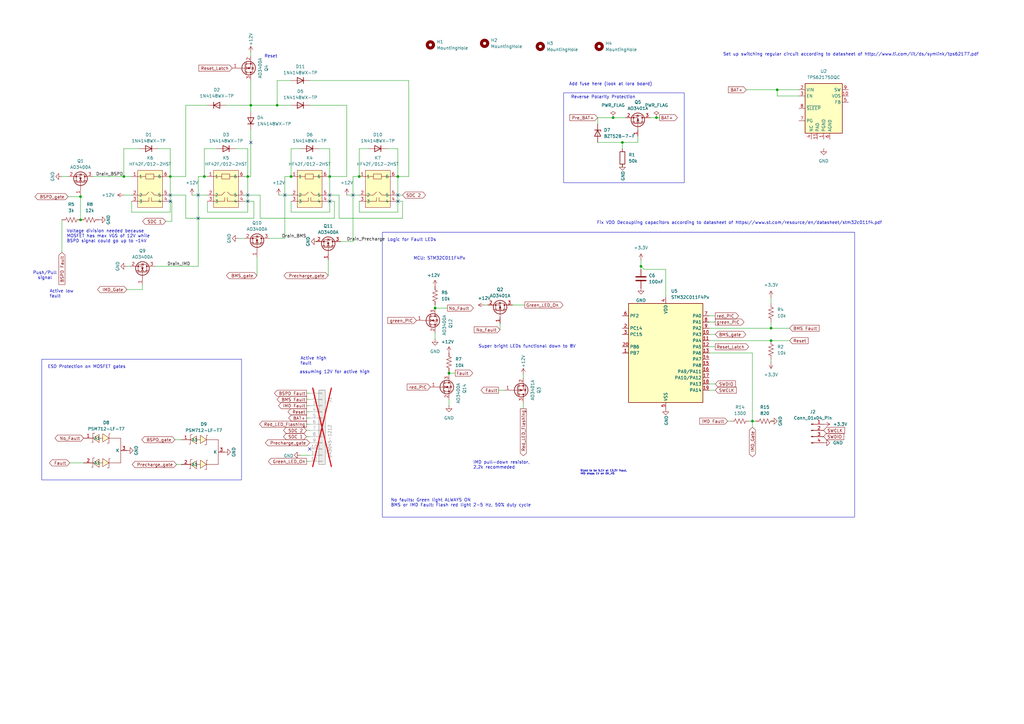
<source format=kicad_sch>
(kicad_sch (version 20250114) (generator "eeschema") (generator_version "9.0")
  (paper "A3")
  (lib_symbols
    (symbol "+12V_2" (power) (pin_names (offset 0))
      (property "Value" "+12V_2" (at 0 3.556 0))
      (symbol "+12V_2_1_1"
        (pin power_in line (at 0 0 90) (length 0) (hide yes) (name "+12V") (number "1"))
      )
    )
    (symbol "+12V_4" (power) (pin_names (offset 0))
      (property "Value" "+12V_4" (at 0 3.556 0))
      (symbol "+12V_4_1_1"
        (pin power_in line (at 0 0 90) (length 0) (hide yes) (name "+12V") (number "1"))
      )
    )
    (symbol "Connector:Conn_01x04_Pin" (pin_names (offset 1.016) (hide yes))
      (property "Reference" "J" (at 0 5.08 0))
      (property "Value" "Conn_01x04_Pin" (at 0 -7.62 0))
      (symbol "Conn_01x04_Pin_1_1"
        (pin passive line (at 5.08 2.54 180) (length 3.81) (name "Pin_1") (number "1"))
        (pin passive line (at 5.08 0 180) (length 3.81) (name "Pin_2") (number "2"))
        (pin passive line (at 5.08 -2.54 180) (length 3.81) (name "Pin_3") (number "3"))
        (pin passive line (at 5.08 -5.08 180) (length 3.81) (name "Pin_4") (number "4"))
      )
    )
    (symbol "Connector_Generic:Conn_01x12" (pin_names (offset 1.016) (hide yes))
      (property "Reference" "J" (at 0 15.24 0))
      (property "Value" "Conn_01x12" (at 0 -17.78 0))
      (symbol "Conn_01x12_1_1"
        (pin passive line (at -5.08 12.7 0) (length 3.81) (name "Pin_1") (number "1"))
        (pin passive line (at -5.08 10.16 0) (length 3.81) (name "Pin_2") (number "2"))
        (pin passive line (at -5.08 7.62 0) (length 3.81) (name "Pin_3") (number "3"))
        (pin passive line (at -5.08 5.08 0) (length 3.81) (name "Pin_4") (number "4"))
        (pin passive line (at -5.08 2.54 0) (length 3.81) (name "Pin_5") (number "5"))
        (pin passive line (at -5.08 0 0) (length 3.81) (name "Pin_6") (number "6"))
        (pin passive line (at -5.08 -2.54 0) (length 3.81) (name "Pin_7") (number "7"))
        (pin passive line (at -5.08 -5.08 0) (length 3.81) (name "Pin_8") (number "8"))
        (pin passive line (at -5.08 -7.62 0) (length 3.81) (name "Pin_9") (number "9"))
        (pin passive line (at -5.08 -10.16 0) (length 3.81) (name "Pin_10") (number "10"))
        (pin passive line (at -5.08 -12.7 0) (length 3.81) (name "Pin_11") (number "11"))
        (pin passive line (at -5.08 -15.24 0) (length 3.81) (name "Pin_12") (number "12"))
      )
    )
    (symbol "Device:C" (pin_numbers (hide yes)) (pin_names (offset 0.254))
      (property "Reference" "C" (at 0.635 2.54 0))
      (property "Value" "C" (at 0.635 -2.54 0))
      (symbol "C_1_1"
        (pin passive line (at 0 3.81 270) (length 2.794) (name "~") (number "1"))
        (pin passive line (at 0 -3.81 90) (length 2.794) (name "~") (number "2"))
      )
    )
    (symbol "Device:R" (pin_numbers (hide yes)) (pin_names (offset 0))
      (property "Reference" "R" (at 2.032 0 90))
      (property "Value" "R" (at 0 0 90))
      (symbol "R_1_1"
        (pin passive line (at 0 3.81 270) (length 1.27) (name "~") (number "1"))
        (pin passive line (at 0 -3.81 90) (length 1.27) (name "~") (number "2"))
      )
    )
    (symbol "Device:R_US" (pin_numbers (hide yes)) (pin_names (offset 0))
      (property "Reference" "R" (at 2.54 0 90))
      (property "Value" "R_US" (at -2.54 0 90))
      (symbol "R_US_1_1"
        (pin passive line (at 0 3.81 270) (length 1.27) (name "~") (number "1"))
        (pin passive line (at 0 -3.81 90) (length 1.27) (name "~") (number "2"))
      )
    )
    (symbol "Diode:1N4148" (pin_numbers (hide yes)) (pin_names (hide yes))
      (property "Reference" "D" (at 0 2.54 0))
      (property "Value" "1N4148" (at 0 -2.54 0))
      (symbol "1N4148_1_1"
        (pin passive line (at -3.81 0 0) (length 2.54) (name "K") (number "1"))
        (pin passive line (at 3.81 0 180) (length 2.54) (name "A") (number "2"))
      )
    )
    (symbol "Diode:BZT52Bxx" (pin_numbers (hide yes)) (pin_names (hide yes))
      (property "Reference" "D" (at 0 2.54 0))
      (property "Value" "BZT52Bxx" (at 0 -2.54 0))
      (symbol "BZT52Bxx_1_1"
        (pin passive line (at -3.81 0 0) (length 2.54) (name "K") (number "1"))
        (pin passive line (at 3.81 0 180) (length 2.54) (name "A") (number "2"))
      )
    )
    (symbol "GND_1" (power) (pin_names (offset 0))
      (property "Value" "GND_1" (at 0 -3.81 0))
      (symbol "GND_1_1_1"
        (pin power_in line (at 0 0 270) (length 0) (hide yes) (name "GND") (number "1"))
      )
    )
    (symbol "GND_2" (power) (pin_names (offset 0))
      (property "Value" "GND_2" (at 0 -3.81 0))
      (symbol "GND_2_1_1"
        (pin power_in line (at 0 0 270) (length 0) (hide yes) (name "GND") (number "1"))
      )
    )
    (symbol "GND_3" (power) (pin_numbers (hide yes)) (pin_names (offset 0) (hide yes))
      (property "Value" "GND" (at 0 -3.81 0))
      (symbol "GND_3_1_1"
        (pin power_in line (at 0 0 270) (length 0) (name "~") (number "1"))
      )
    )
    (symbol "GND_4" (power) (pin_names (offset 0))
      (property "Value" "GND_4" (at 0 -3.81 0))
      (symbol "GND_4_1_1"
        (pin power_in line (at 0 0 270) (length 0) (hide yes) (name "GND") (number "1"))
      )
    )
    (symbol "GND_6" (power) (pin_names (offset 0))
      (property "Value" "GND_6" (at 0 -3.81 0))
      (symbol "GND_6_1_1"
        (pin power_in line (at 0 0 270) (length 0) (hide yes) (name "GND") (number "1"))
      )
    )
    (symbol "MCU_ST_STM32C0:STM32C011F4Px"
      (property "Reference" "U" (at -15.24 21.59 0))
      (property "Value" "STM32C011F4Px" (at 2.54 21.59 0))
      (symbol "STM32C011F4Px_1_1"
        (pin bidirectional line (at -17.78 15.24 0) (length 2.54) (name "PF2") (number "6"))
        (pin bidirectional line (at -17.78 10.16 0) (length 2.54) (name "PC14") (number "2"))
        (pin bidirectional line (at -17.78 7.62 0) (length 2.54) (name "PC15") (number "3"))
        (pin bidirectional line (at -17.78 2.54 0) (length 2.54) (name "PB6") (number "20"))
        (pin bidirectional line (at -17.78 0 0) (length 2.54) (name "PB7") (number "1"))
        (pin power_in line (at 0 22.86 270) (length 2.54) (name "VDD") (number "4"))
        (pin power_in line (at 0 -22.86 90) (length 2.54) (name "VSS") (number "5"))
        (pin bidirectional line (at 17.78 15.24 180) (length 2.54) (name "PA0") (number "7"))
        (pin bidirectional line (at 17.78 12.7 180) (length 2.54) (name "PA1") (number "8"))
        (pin bidirectional line (at 17.78 10.16 180) (length 2.54) (name "PA2") (number "9"))
        (pin bidirectional line (at 17.78 7.62 180) (length 2.54) (name "PA3") (number "10"))
        (pin bidirectional line (at 17.78 5.08 180) (length 2.54) (name "PA4") (number "11"))
        (pin bidirectional line (at 17.78 2.54 180) (length 2.54) (name "PA5") (number "12"))
        (pin bidirectional line (at 17.78 0 180) (length 2.54) (name "PA6") (number "13"))
        (pin bidirectional line (at 17.78 -2.54 180) (length 2.54) (name "PA7") (number "14"))
        (pin bidirectional line (at 17.78 -5.08 180) (length 2.54) (name "PA8") (number "15"))
        (pin bidirectional line (at 17.78 -7.62 180) (length 2.54) (name "PA9/PA11") (number "16"))
        (pin bidirectional line (at 17.78 -10.16 180) (length 2.54) (name "PA10/PA12") (number "17"))
        (pin bidirectional line (at 17.78 -12.7 180) (length 2.54) (name "PA13") (number "18"))
        (pin bidirectional line (at 17.78 -15.24 180) (length 2.54) (name "PA14") (number "19"))
      )
    )
    (symbol "Mechanical:MountingHole" (pin_names (offset 1.016)) (exclude_from_sim yes) (in_bom no)
      (property "Reference" "H" (at 0 5.08 0))
      (property "Value" "MountingHole" (at 0 3.175 0))
    )
    (symbol "Regulator_Switching:TPS62175DQC"
      (property "Reference" "U" (at -7.62 11.43 0))
      (property "Value" "TPS62175DQC" (at -1.27 11.43 0))
      (symbol "TPS62175DQC_1_1"
        (pin power_in line (at -10.16 7.62 0) (length 2.54) (name "VIN") (number "2"))
        (pin input line (at -10.16 5.08 0) (length 2.54) (name "EN") (number "3"))
        (pin input line (at -10.16 0 0) (length 2.54) (name "~{SLEEP}") (number "8"))
        (pin output line (at -10.16 -5.08 0) (length 2.54) (name "PG") (number "7"))
        (pin passive line (at -5.08 -12.7 90) (length 2.54) (name "NC") (number "4"))
        (pin power_in line (at -2.54 -12.7 90) (length 2.54) (name "PAD") (number "11"))
        (pin power_in line (at 0 -12.7 90) (length 2.54) (name "PGND") (number "1"))
        (pin power_in line (at 2.54 -12.7 90) (length 2.54) (name "AGND") (number "6"))
        (pin power_out line (at 10.16 7.62 180) (length 2.54) (name "SW") (number "9"))
        (pin input line (at 10.16 5.08 180) (length 2.54) (name "VOS") (number "10"))
        (pin input line (at 10.16 2.54 180) (length 2.54) (name "FB") (number "5"))
      )
    )
    (symbol "Transistor_FET:AO3400A" (pin_names (hide yes))
      (property "Reference" "Q" (at 5.08 1.905 0))
      (property "Value" "AO3400A" (at 5.08 0 0))
      (symbol "AO3400A_1_1"
        (pin input line (at -5.08 0 0) (length 2.54) (name "G") (number "1"))
        (pin passive line (at 2.54 5.08 270) (length 2.54) (name "D") (number "3"))
        (pin passive line (at 2.54 -5.08 90) (length 2.54) (name "S") (number "2"))
      )
    )
    (symbol "Transistor_FET:AO3401A" (pin_names (hide yes))
      (property "Reference" "Q" (at 5.08 1.905 0))
      (property "Value" "AO3401A" (at 5.08 0 0))
      (symbol "AO3401A_1_1"
        (pin input line (at -5.08 0 0) (length 2.54) (name "G") (number "1"))
        (pin passive line (at 2.54 5.08 270) (length 2.54) (name "D") (number "3"))
        (pin passive line (at 2.54 -5.08 90) (length 2.54) (name "S") (number "2"))
      )
    )
    (symbol "easyeda2kicad:HF42F_012-2HST"
      (property "Reference" "K" (at 0 12.7 0))
      (property "Value" "HF42F/012-2HST" (at 0 -12.7 0))
      (symbol "HF42F_012-2HST_0_1"
        (pin unspecified line (at -5.08 7.62 270) (length 2.54) (name "6") (number "6"))
        (pin unspecified line (at -5.08 -7.62 90) (length 2.54) (name "1") (number "1"))
        (pin unspecified line (at 2.54 7.62 270) (length 2.54) (name "5") (number "5"))
        (pin unspecified line (at 2.54 -7.62 90) (length 2.54) (name "2") (number "2"))
        (pin unspecified line (at 5.08 7.62 270) (length 2.54) (name "4") (number "4"))
        (pin unspecified line (at 5.08 -7.62 90) (length 2.54) (name "3") (number "3"))
      )
    )
    (symbol "easyeda2kicad:PSM712-LF-T7"
      (property "Reference" "D" (at 0 10.16 0))
      (property "Value" "PSM712-LF-T7" (at 0 -10.16 0))
      (symbol "PSM712-LF-T7_0_1"
        (pin unspecified line (at -8.89 5.08 0) (length 3.81) (name "A1") (number "1"))
        (pin unspecified line (at -8.89 -5.08 0) (length 3.81) (name "A1") (number "2"))
        (pin unspecified line (at 8.89 0 180) (length 2.54) (name "K") (number "3"))
      )
    )
    (symbol "power:+5V" (power) (pin_numbers (hide yes)) (pin_names (offset 0) (hide yes))
      (property "Value" "+5V" (at 0 3.556 0))
      (symbol "+5V_1_1"
        (pin power_in line (at 0 0 90) (length 0) (name "~") (number "1"))
      )
    )
    (symbol "power:GND" (power) (pin_numbers (hide yes)) (pin_names (offset 0) (hide yes))
      (property "Value" "GND" (at 0 -3.81 0))
      (symbol "GND_1_1"
        (pin power_in line (at 0 0 270) (length 0) (name "~") (number "1"))
      )
    )
    (symbol "power:PWR_FLAG" (power) (pin_numbers (hide yes)) (pin_names (offset 0) (hide yes))
      (property "Value" "PWR_FLAG" (at 0 3.81 0))
      (symbol "PWR_FLAG_0_0"
        (pin power_out line (at 0 0 90) (length 0) (name "~") (number "1"))
      )
    )
  )
  (rectangle (start 231.14 38.1) (end 280.67 74.93))
  (rectangle (start 17.145 147.32) (end 99.06 196.85))
  (rectangle (start 156.845 95.25) (end 350.52 212.09))
  (text "Active low \nfault" (at 20.32 122.301 0) (effects (font (size 1.27 1.27)) (justify left bottom)))
  (text "Reset\n" (at 113.792 23.876 0) (effects (font (size 1.27 1.27)) (justify right bottom)))
  (text "Super bright LEDs functional down to 8V" (at 196.215 142.875 0) (effects (font (size 1.27 1.27)) (justify left bottom)))
  (text "MCU: STM32C011F4Px" (at 169.545 106.045 0) (effects (font (size 1.27 1.27)) (justify left)))
  (text "ESD Protection on MOSFET gates" (at 35.56 150.495 0) (effects (font (size 1.27 1.27))))
  (text "Logic for Fault LEDs" (at 168.91 98.425 0) (effects (font (size 1.27 1.27))))
  (text "Push/Pull\nsignal" (at 18.415 113.03 0) (effects (font (size 1.27 1.27))))
  (text "Fix VDD Decoupling capacitors according to datasheet of https://www.st.com/resource/en/datasheet/stm32c011f4.pdf\n" (at 303.276 91.44 0) (effects (font (size 1.27 1.27))))
  (text "Active high\nfault\n" (at 123.19 149.86 0) (effects (font (size 1.27 1.27)) (justify left bottom)))
  (text "Sized to be 5.1V at 13.2V input,\nIMD drops 1V on OK_HS" (at 237.998 193.802 0) (effects (font (size 0.762 0.762)) (justify left)))
  (text "Set up switching regular circuit according to datasheet of http://www.ti.com/lit/ds/symlink/tps62177.pdf\n" (at 348.996 22.352 0) (effects (font (size 1.27 1.27))))
  (text "Reverse Polarity Protection" (at 247.396 39.878 0) (effects (font (size 1.27 1.27))))
  (text "IMD pull-down resistor,\n2.2k recommeded" (at 194.056 192.532 0) (effects (font (size 1.27 1.27)) (justify left bottom)))
  (text "Voltage division needed because\nMOSFET has max VGS of 12V while\nBSPD signal could go up to ~14V" (at 27.305 99.695 0) (effects (font (size 1.27 1.27)) (justify left bottom)))
  (text "assuming 12V for active high\n" (at 137.287 152.654 0) (effects (font (size 1.27 1.27))))
  (text "No faults: Green light ALWAYS ON\nBMS or IMD Fault: Flash red light 2-5 Hz, 50% duty cycle" (at 160.274 206.248 0) (effects (font (size 1.27 1.27)) (justify left)))
  (text "Add fuse here (look at lora board)" (at 250.444 34.544 0) (effects (font (size 1.27 1.27))))
  (junction (at 178.435 126.365))
  (junction (at 269.24 48.26))
  (junction (at 318.77 36.83))
  (junction (at 316.23 134.62))
  (junction (at 113.665 43.18))
  (junction (at 316.23 139.7))
  (junction (at 147.32 72.39))
  (junction (at 83.82 72.39))
  (junction (at 102.87 43.18))
  (junction (at 308.61 172.72))
  (junction (at 119.38 72.39))
  (junction (at 163.195 72.39))
  (junction (at 251.46 48.26))
  (junction (at 33.02 90.17))
  (junction (at 184.15 153.035))
  (junction (at 101.6 72.39))
  (junction (at 262.89 109.22))
  (junction (at 33.02 80.645))
  (junction (at 50.8 72.39))
  (junction (at 255.27 58.42))
  (junction (at 135.255 72.39))
  (junction (at 69.85 72.39))
  (no_connect (at 135.255 80.01))
  (no_connect (at 135.255 82.55))
  (no_connect (at 127 184.15))
  (no_connect (at 81.28 80.01))
  (no_connect (at 163.195 80.01))
  (no_connect (at 144.78 80.01))
  (no_connect (at 101.6 82.55))
  (no_connect (at 116.84 80.01))
  (no_connect (at 101.6 80.01))
  (no_connect (at 69.85 82.55))
  (no_connect (at 81.28 89.535))
  (no_connect (at 69.85 80.01))
  (no_connect (at 163.195 82.55))
  (no_connect (at 102.87 58.42))
  (wire (pts (xy 142.24 43.18) (xy 142.24 72.39)))
  (wire (pts (xy 167.64 72.39) (xy 163.195 72.39)))
  (wire (pts (xy 102.87 53.34) (xy 102.87 72.39)))
  (wire (pts (xy 100.33 80.01) (xy 106.68 80.01)))
  (wire (pts (xy 102.87 43.18) (xy 102.87 45.72)))
  (wire (pts (xy 127 43.18) (xy 142.24 43.18)))
  (wire (pts (xy 309.88 172.72) (xy 308.61 172.72)))
  (wire (pts (xy 116.84 97.79) (xy 110.49 97.79)))
  (wire (pts (xy 101.6 72.39) (xy 100.33 72.39)))
  (wire (pts (xy 139.7 99.06) (xy 144.78 99.06)))
  (wire (pts (xy 102.87 21.59) (xy 102.87 22.86)))
  (wire (pts (xy 255.27 58.42) (xy 255.27 60.96)))
  (wire (pts (xy 101.6 86.995) (xy 101.6 72.39)))
  (wire (pts (xy 64.77 60.96) (xy 69.85 60.96)))
  (wire (pts (xy 83.82 60.96) (xy 83.82 72.39)))
  (wire (pts (xy 205.105 135.255) (xy 205.105 132.715)))
  (wire (pts (xy 76.2 72.39) (xy 76.2 43.18)))
  (wire (pts (xy 125.73 176.53) (xy 127 176.53)))
  (wire (pts (xy 113.665 43.18) (xy 119.38 43.18)))
  (wire (pts (xy 135.255 60.96) (xy 135.255 72.39)))
  (wire (pts (xy 245.11 50.8) (xy 245.11 48.26)))
  (wire (pts (xy 97.79 97.79) (xy 100.33 97.79)))
  (wire (pts (xy 116.84 72.39) (xy 119.38 72.39)))
  (wire (pts (xy 127 33.02) (xy 167.64 33.02)))
  (wire (pts (xy 255.27 58.42) (xy 245.11 58.42)))
  (wire (pts (xy 125.73 171.45) (xy 127 171.45)))
  (wire (pts (xy 135.255 86.995) (xy 135.255 72.39)))
  (wire (pts (xy 102.87 43.18) (xy 113.665 43.18)))
  (wire (pts (xy 52.07 109.22) (xy 53.34 109.22)))
  (wire (pts (xy 298.45 172.72) (xy 299.72 172.72)))
  (wire (pts (xy 137.16 89.535) (xy 137.16 82.55)))
  (wire (pts (xy 134.62 106.68) (xy 134.62 113.03)))
  (wire (pts (xy 308.61 144.78) (xy 308.61 172.72)))
  (wire (pts (xy 318.77 36.83) (xy 318.77 39.37)))
  (wire (pts (xy 214.63 153.67) (xy 214.63 154.94)))
  (wire (pts (xy 106.68 80.01) (xy 106.68 89.535)))
  (wire (pts (xy 316.23 139.7) (xy 323.85 139.7)))
  (wire (pts (xy 33.02 80.645) (xy 33.02 90.17)))
  (wire (pts (xy 85.09 82.55) (xy 85.09 86.995)))
  (wire (pts (xy 316.23 148.59) (xy 316.23 147.32)))
  (wire (pts (xy 33.02 80.01) (xy 33.02 80.645)))
  (wire (pts (xy 76.2 89.535) (xy 104.14 89.535)))
  (wire (pts (xy 81.28 72.39) (xy 81.28 109.22)))
  (wire (pts (xy 70.485 82.55) (xy 69.215 82.55)))
  (wire (pts (xy 69.85 60.96) (xy 69.85 72.39)))
  (wire (pts (xy 316.23 134.62) (xy 323.85 134.62)))
  (wire (pts (xy 76.2 80.01) (xy 76.2 89.535)))
  (wire (pts (xy 147.32 86.995) (xy 163.195 86.995)))
  (wire (pts (xy 273.05 110.49) (xy 273.05 121.92)))
  (wire (pts (xy 53.975 82.55) (xy 53.975 86.995)))
  (wire (pts (xy 307.34 172.72) (xy 308.61 172.72)))
  (wire (pts (xy 214.63 165.1) (xy 214.63 167.64)))
  (wire (pts (xy 25.4 90.17) (xy 25.4 103.505)))
  (wire (pts (xy 28.575 189.865) (xy 34.29 189.865)))
  (wire (pts (xy 130.81 60.96) (xy 135.255 60.96)))
  (wire (pts (xy 102.87 72.39) (xy 101.6 72.39)))
  (wire (pts (xy 67.945 90.805) (xy 70.485 90.805)))
  (wire (pts (xy 92.71 43.18) (xy 102.87 43.18)))
  (wire (pts (xy 165.1 82.55) (xy 162.56 82.55)))
  (wire (pts (xy 125.73 163.83) (xy 127 163.83)))
  (wire (pts (xy 119.38 82.55) (xy 119.38 86.995)))
  (wire (pts (xy 88.9 60.96) (xy 83.82 60.96)))
  (wire (pts (xy 269.24 48.26) (xy 270.51 48.26)))
  (wire (pts (xy 163.195 86.995) (xy 163.195 72.39)))
  (wire (pts (xy 198.755 125.095) (xy 200.025 125.095)))
  (wire (pts (xy 163.195 60.96) (xy 163.195 72.39)))
  (wire (pts (xy 204.47 160.02) (xy 207.01 160.02)))
  (wire (pts (xy 293.37 157.48) (xy 290.83 157.48)))
  (wire (pts (xy 102.87 33.02) (xy 102.87 43.18)))
  (wire (pts (xy 69.85 72.39) (xy 69.85 86.995)))
  (wire (pts (xy 316.23 121.92) (xy 316.23 124.46)))
  (wire (pts (xy 106.68 89.535) (xy 137.16 89.535)))
  (wire (pts (xy 63.5 109.22) (xy 81.28 109.22)))
  (wire (pts (xy 50.8 80.01) (xy 53.975 80.01)))
  (wire (pts (xy 83.82 72.39) (xy 85.09 72.39)))
  (wire (pts (xy 27.94 80.645) (xy 33.02 80.645)))
  (wire (pts (xy 290.83 137.16) (xy 293.37 137.16)))
  (wire (pts (xy 135.255 72.39) (xy 134.62 72.39)))
  (wire (pts (xy 261.62 58.42) (xy 255.27 58.42)))
  (wire (pts (xy 70.485 90.805) (xy 70.485 82.55)))
  (wire (pts (xy 81.28 72.39) (xy 83.82 72.39)))
  (wire (pts (xy 58.42 116.84) (xy 58.42 118.745)))
  (wire (pts (xy 53.975 86.995) (xy 69.85 86.995)))
  (wire (pts (xy 318.77 36.83) (xy 327.66 36.83)))
  (wire (pts (xy 245.11 48.26) (xy 251.46 48.26)))
  (wire (pts (xy 178.435 125.095) (xy 178.435 126.365)))
  (wire (pts (xy 266.7 48.26) (xy 269.24 48.26)))
  (wire (pts (xy 147.32 82.55) (xy 147.32 86.995)))
  (wire (pts (xy 144.78 72.39) (xy 144.78 99.06)))
  (wire (pts (xy 125.73 161.29) (xy 127 161.29)))
  (wire (pts (xy 167.64 33.02) (xy 167.64 72.39)))
  (wire (pts (xy 52.07 118.745) (xy 58.42 118.745)))
  (wire (pts (xy 264.16 110.49) (xy 262.89 109.22)))
  (wire (pts (xy 318.77 39.37) (xy 327.66 39.37)))
  (wire (pts (xy 78.74 80.01) (xy 85.09 80.01)))
  (wire (pts (xy 290.83 134.62) (xy 316.23 134.62)))
  (wire (pts (xy 139.065 80.01) (xy 139.065 89.535)))
  (wire (pts (xy 135.255 72.39) (xy 142.24 72.39)))
  (wire (pts (xy 125.73 173.99) (xy 127 173.99)))
  (wire (pts (xy 113.665 33.02) (xy 119.38 33.02)))
  (wire (pts (xy 178.435 136.525) (xy 178.435 139.065)))
  (wire (pts (xy 262.89 106.68) (xy 262.89 109.22)))
  (wire (pts (xy 165.1 80.01) (xy 162.56 80.01)))
  (wire (pts (xy 261.62 55.88) (xy 261.62 58.42)))
  (wire (pts (xy 255.27 68.58) (xy 255.27 67.31)))
  (wire (pts (xy 119.38 60.96) (xy 119.38 72.39)))
  (wire (pts (xy 144.78 72.39) (xy 147.32 72.39)))
  (wire (pts (xy 210.185 125.095) (xy 215.265 125.095)))
  (wire (pts (xy 139.065 89.535) (xy 165.1 89.535)))
  (wire (pts (xy 38.1 72.39) (xy 50.8 72.39)))
  (wire (pts (xy 125.73 168.91) (xy 127 168.91)))
  (wire (pts (xy 137.16 82.55) (xy 134.62 82.55)))
  (wire (pts (xy 104.14 89.535) (xy 104.14 82.55)))
  (wire (pts (xy 57.15 60.96) (xy 50.8 60.96)))
  (wire (pts (xy 290.83 132.08) (xy 293.37 132.08)))
  (wire (pts (xy 316.23 132.08) (xy 316.23 134.62)))
  (wire (pts (xy 158.75 60.96) (xy 163.195 60.96)))
  (wire (pts (xy 69.85 72.39) (xy 69.215 72.39)))
  (wire (pts (xy 184.15 152.4) (xy 184.15 153.035)))
  (wire (pts (xy 163.195 72.39) (xy 162.56 72.39)))
  (wire (pts (xy 72.39 190.5) (xy 74.295 190.5)))
  (wire (pts (xy 290.83 129.54) (xy 293.37 129.54)))
  (wire (pts (xy 125.73 166.37) (xy 127 166.37)))
  (wire (pts (xy 290.83 144.78) (xy 308.61 144.78)))
  (wire (pts (xy 113.665 43.18) (xy 113.665 33.02)))
  (wire (pts (xy 104.14 82.55) (xy 100.33 82.55)))
  (wire (pts (xy 85.09 43.18) (xy 76.2 43.18)))
  (wire (pts (xy 306.07 36.83) (xy 318.77 36.83)))
  (wire (pts (xy 119.38 86.995) (xy 135.255 86.995)))
  (wire (pts (xy 142.24 80.01) (xy 147.32 80.01)))
  (wire (pts (xy 308.61 175.26) (xy 308.61 172.72)))
  (wire (pts (xy 125.73 179.07) (xy 127 179.07)))
  (wire (pts (xy 290.83 142.24) (xy 293.37 142.24)))
  (wire (pts (xy 151.13 60.96) (xy 147.32 60.96)))
  (wire (pts (xy 186.69 153.035) (xy 184.15 153.035)))
  (wire (pts (xy 69.85 72.39) (xy 76.2 72.39)))
  (wire (pts (xy 101.6 60.96) (xy 101.6 72.39)))
  (wire (pts (xy 184.15 163.83) (xy 184.15 166.37)))
  (wire (pts (xy 125.73 189.23) (xy 127 189.23)))
  (wire (pts (xy 147.32 60.96) (xy 147.32 72.39)))
  (wire (pts (xy 114.3 80.01) (xy 119.38 80.01)))
  (wire (pts (xy 96.52 60.96) (xy 101.6 60.96)))
  (wire (pts (xy 293.37 160.02) (xy 290.83 160.02)))
  (wire (pts (xy 123.19 186.69) (xy 127 186.69)))
  (wire (pts (xy 123.19 60.96) (xy 119.38 60.96)))
  (wire (pts (xy 251.46 48.26) (xy 256.54 48.26)))
  (wire (pts (xy 69.215 80.01) (xy 76.2 80.01)))
  (wire (pts (xy 50.8 60.96) (xy 50.8 72.39)))
  (wire (pts (xy 129.54 99.06) (xy 130.175 99.06)))
  (wire (pts (xy 50.8 72.39) (xy 53.975 72.39)))
  (wire (pts (xy 85.09 86.995) (xy 101.6 86.995)))
  (wire (pts (xy 165.1 89.535) (xy 165.1 82.55)))
  (wire (pts (xy 290.83 139.7) (xy 316.23 139.7)))
  (wire (pts (xy 317.5 172.72) (xy 316.23 172.72)))
  (wire (pts (xy 25.4 72.39) (xy 27.94 72.39)))
  (wire (pts (xy 116.84 72.39) (xy 116.84 97.79)))
  (wire (pts (xy 105.41 105.41) (xy 105.41 113.03)))
  (wire (pts (xy 71.755 180.34) (xy 74.295 180.34)))
  (wire (pts (xy 178.435 126.365) (xy 183.515 126.365)))
  (wire (pts (xy 273.05 110.49) (xy 264.16 110.49)))
  (wire (pts (xy 184.15 153.035) (xy 184.15 153.67)))
  (wire (pts (xy 262.89 109.22) (xy 262.89 110.49)))
  (wire (pts (xy 134.62 80.01) (xy 139.065 80.01)))
  (label "Drain_BMS" (at 115.57 97.79 0))
  (label "Drain_Precharge" (at 142.24 99.06 0))
  (label "Drain_BSPD" (at 39.37 72.39 0))
  (label "Drain_IMD" (at 68.58 109.22 0))
  (global_label "BMS_gate" (shape bidirectional) (at 293.37 137.16 0) (property "Intersheetrefs" "${INTERSHEET_REFS}" (effects (hide yes))))
  (global_label "Precharge_gate" (shape bidirectional) (at 72.39 190.5 180) (property "Intersheetrefs" "${INTERSHEET_REFS}" (effects (hide yes))))
  (global_label "Green_LED_On" (shape output) (at 215.265 125.095 0) (property "Intersheetrefs" "${INTERSHEET_REFS}" (effects (hide yes))))
  (global_label "IMD Fault" (shape output) (at 125.73 166.37 180) (property "Intersheetrefs" "${INTERSHEET_REFS}" (effects (hide yes))))
  (global_label "Green_LED_On" (shape output) (at 125.73 189.23 180) (property "Intersheetrefs" "${INTERSHEET_REFS}" (effects (hide yes))))
  (global_label "SWDIO" (shape input) (at 293.37 157.48 0) (property "Intersheetrefs" "${INTERSHEET_REFS}" (effects (hide yes))))
  (global_label "Fault" (shape bidirectional) (at 28.575 189.865 180) (property "Intersheetrefs" "${INTERSHEET_REFS}" (effects (hide yes))))
  (global_label "No_Fault" (shape bidirectional) (at 34.29 179.705 180) (property "Intersheetrefs" "${INTERSHEET_REFS}" (effects (hide yes))))
  (global_label "BMS_gate" (shape bidirectional) (at 105.41 113.03 180) (property "Intersheetrefs" "${INTERSHEET_REFS}" (effects (hide yes))))
  (global_label "BSPD_gate" (shape bidirectional) (at 27.94 80.645 180) (property "Intersheetrefs" "${INTERSHEET_REFS}" (effects (hide yes))))
  (global_label "Fault" (shape output) (at 204.47 160.02 180) (property "Intersheetrefs" "${INTERSHEET_REFS}" (effects (hide yes))))
  (global_label "IMD_Gate" (shape bidirectional) (at 52.07 118.745 180) (property "Intersheetrefs" "${INTERSHEET_REFS}" (effects (hide yes))))
  (global_label "Fault" (shape output) (at 186.69 153.035 0) (property "Intersheetrefs" "${INTERSHEET_REFS}" (effects (hide yes))))
  (global_label "BAT+" (shape input) (at 306.07 36.83 180) (property "Intersheetrefs" "${INTERSHEET_REFS}" (effects (hide yes))))
  (global_label "red_PIC" (shape output) (at 293.37 129.54 0) (property "Intersheetrefs" "${INTERSHEET_REFS}" (effects (hide yes))))
  (global_label "BAT+" (shape output) (at 270.51 48.26 0) (property "Intersheetrefs" "${INTERSHEET_REFS}" (effects (hide yes))))
  (global_label "green_PIC" (shape output) (at 293.37 132.08 0) (property "Intersheetrefs" "${INTERSHEET_REFS}" (effects (hide yes))))
  (global_label "BMS Fault" (shape input) (at 323.85 134.62 0) (property "Intersheetrefs" "${INTERSHEET_REFS}" (effects (hide yes))))
  (global_label "BAT+" (shape output) (at 125.73 171.45 180) (property "Intersheetrefs" "${INTERSHEET_REFS}" (effects (hide yes))))
  (global_label "Reset" (shape output) (at 125.73 168.91 180) (property "Intersheetrefs" "${INTERSHEET_REFS}" (effects (hide yes))))
  (global_label "SWDIO" (shape input) (at 337.82 179.07 0) (property "Intersheetrefs" "${INTERSHEET_REFS}" (effects (hide yes))))
  (global_label "IMD_Gate" (shape bidirectional) (at 308.61 175.26 270) (property "Intersheetrefs" "${INTERSHEET_REFS}" (effects (hide yes))))
  (global_label "No_Fault" (shape input) (at 205.105 135.255 180) (property "Intersheetrefs" "${INTERSHEET_REFS}" (effects (hide yes))))
  (global_label "BMS Fault" (shape output) (at 125.73 163.83 180) (property "Intersheetrefs" "${INTERSHEET_REFS}" (effects (hide yes))))
  (global_label "Red_LED_Flashing" (shape output) (at 214.63 167.64 270) (property "Intersheetrefs" "${INTERSHEET_REFS}" (effects (hide yes))))
  (global_label "SDC 1" (shape bidirectional) (at 125.73 179.07 180) (property "Intersheetrefs" "${INTERSHEET_REFS}" (effects (hide yes))))
  (global_label "SWCLK" (shape input) (at 293.37 160.02 0) (property "Intersheetrefs" "${INTERSHEET_REFS}" (effects (hide yes))))
  (global_label "Precharge_gate" (shape bidirectional) (at 127 181.61 180) (property "Intersheetrefs" "${INTERSHEET_REFS}" (effects (hide yes))))
  (global_label "Red_LED_Flashing" (shape output) (at 125.73 173.99 180) (property "Intersheetrefs" "${INTERSHEET_REFS}" (effects (hide yes))))
  (global_label "Reset_Latch" (shape input) (at 95.25 27.94 180) (property "Intersheetrefs" "${INTERSHEET_REFS}" (effects (hide yes))))
  (global_label "Pre_BAT+" (shape input) (at 245.11 48.26 180) (property "Intersheetrefs" "${INTERSHEET_REFS}" (effects (hide yes))))
  (global_label "No_Fault" (shape output) (at 183.515 126.365 0) (property "Intersheetrefs" "${INTERSHEET_REFS}" (effects (hide yes))))
  (global_label "Reset" (shape input) (at 323.85 139.7 0) (property "Intersheetrefs" "${INTERSHEET_REFS}" (effects (hide yes))))
  (global_label "Precharge_gate" (shape bidirectional) (at 134.62 113.03 180) (property "Intersheetrefs" "${INTERSHEET_REFS}" (effects (hide yes))))
  (global_label "SWCLK" (shape input) (at 337.82 176.53 0) (property "Intersheetrefs" "${INTERSHEET_REFS}" (effects (hide yes))))
  (global_label "BSPD_gate" (shape bidirectional) (at 71.755 180.34 180) (property "Intersheetrefs" "${INTERSHEET_REFS}" (effects (hide yes))))
  (global_label "BSPD Fault" (shape output) (at 125.73 161.29 180) (property "Intersheetrefs" "${INTERSHEET_REFS}" (effects (hide yes))))
  (global_label "SDC 1" (shape bidirectional) (at 67.945 90.805 180) (property "Intersheetrefs" "${INTERSHEET_REFS}" (effects (hide yes))))
  (global_label "Reset_Latch" (shape output) (at 293.37 142.24 0) (property "Intersheetrefs" "${INTERSHEET_REFS}" (effects (hide yes))))
  (global_label "green_PIC" (shape input) (at 170.815 131.445 180) (property "Intersheetrefs" "${INTERSHEET_REFS}" (effects (hide yes))))
  (global_label "BSPD Fault" (shape input) (at 25.4 103.505 270) (property "Intersheetrefs" "${INTERSHEET_REFS}" (effects (hide yes))))
  (global_label "IMD Fault" (shape input) (at 298.45 172.72 180) (property "Intersheetrefs" "${INTERSHEET_REFS}" (effects (hide yes))))
  (global_label "SDC 2" (shape bidirectional) (at 165.1 80.01 0) (property "Intersheetrefs" "${INTERSHEET_REFS}" (effects (hide yes))))
  (global_label "red_PIC" (shape input) (at 176.53 158.75 180) (property "Intersheetrefs" "${INTERSHEET_REFS}" (effects (hide yes))))
  (global_label "SDC 2" (shape bidirectional) (at 125.73 176.53 180) (property "Intersheetrefs" "${INTERSHEET_REFS}" (effects (hide yes))))
  (symbol (lib_id "Device:R") (at 255.27 64.77 0) (unit 1)
    (property "Reference" "R1" (at 257.81 63.4999 0) (effects (justify left)))
    (property "Value" "50k" (at 257.81 66.0399 0) (effects (justify left)))
    (property "Footprint" "Resistor_SMD:R_0603_1608Metric_Pad0.98x0.95mm_HandSolder" (effects (hide yes)))
    (property "Description" "Resistor" (effects (hide yes)))
  )
  (symbol (lib_name "+12V_4") (lib_id "power:+12V") (at 50.8 80.01 90) (unit 1)
    (property "Reference" "#PWR031" (effects (hide yes)))
    (property "Value" "+12V" (at 46.99 80.0099 90) (effects (justify left)))
  )
  (symbol (lib_id "Diode:1N4148") (at 154.94 60.96 180) (unit 1)
    (property "Reference" "D10" (at 154.94 55.245 0))
    (property "Value" "1N4148WX-TP" (at 154.94 57.785 0))
    (property "Footprint" "Diode_SMD:D_SOD-323" (effects (hide yes)))
    (property "Datasheet" "https://assets.nexperia.com/documents/data-sheet/1N4148_1N4448.pdf" (effects (hide yes)))
    (property "Sim.Device" "D" (effects (hide yes)))
    (property "Sim.Pins" "1=K 2=A" (effects (hide yes)))
  )
  (symbol (lib_id "Transistor_FET:AO3400A") (at 175.895 131.445 0) (unit 1)
    (property "Reference" "Q12" (at 184.785 132.715 90))
    (property "Value" "AO3400A" (at 182.245 133.35 90))
    (property "Footprint" "Package_TO_SOT_SMD:SOT-23" (effects (hide yes)))
    (property "Datasheet" "http://www.aosmd.com/pdfs/datasheet/AO3400A.pdf" (effects (hide yes)))
    (property "Description" "30V Vds, 5.7A Id, N-Channel MOSFET, SOT-23" (effects (hide yes)))
  )
  (symbol (lib_id "power:PWR_FLAG") (at 251.46 48.26 0) (unit 1)
    (property "Reference" "#FLG03" (effects (hide yes)))
    (property "Value" "PWR_FLAG" (at 251.46 43.18 0))
    (property "Description" "Special symbol for telling ERC where power comes from" (effects (hide yes)))
  )
  (symbol (lib_id "power:GND") (at 262.89 118.11 0) (unit 1)
    (property "Reference" "#PWR039" (effects (hide yes)))
    (property "Value" "GND" (at 262.89 123.19 0))
    (property "Description" "Power symbol creates a global label with name \"GND\" , ground" (effects (hide yes)))
  )
  (symbol (lib_name "GND_6") (lib_id "power:GND") (at 97.79 97.79 270) (unit 1)
    (property "Reference" "#PWR010" (effects (hide yes)))
    (property "Value" "GND" (at 93.98 97.79 0))
  )
  (symbol (lib_id "easyeda2kicad:PSM712-LF-T7") (at 43.18 184.785 0) (unit 1)
    (property "Reference" "D8" (at 43.56 173.355 0))
    (property "Value" "PSM712-LF-T7" (at 43.56 175.895 0))
    (property "Footprint" "easyeda2kicad:SOT-23-3_L3.0-W1.7-P0.95-LS2.9-BR" (effects (hide yes)))
    (property "Datasheet" "https://lcsc.com/product-detail/TVS_PSM712-LF-T7_C32677.html" (effects (hide yes)))
    (property "LCSC Part" "C32677" (effects (hide yes)))
  )
  (symbol (lib_id "Diode:1N4148") (at 102.87 49.53 90) (unit 1)
    (property "Reference" "D4" (at 105.41 48.2599 90) (effects (justify right)))
    (property "Value" "1N4148WX-TP" (at 105.41 50.7999 90) (effects (justify right)))
    (property "Footprint" "Diode_SMD:D_SOD-323" (effects (hide yes)))
    (property "Datasheet" "https://assets.nexperia.com/documents/data-sheet/1N4148_1N4448.pdf" (effects (hide yes)))
    (property "Sim.Device" "D" (effects (hide yes)))
    (property "Sim.Pins" "1=K 2=A" (effects (hide yes)))
  )
  (symbol (lib_id "MCU_ST_STM32C0:STM32C011F4Px") (at 273.05 144.78 0) (unit 1)
    (property "Reference" "U5" (at 275.1933 119.38 0) (effects (justify left)))
    (property "Value" "STM32C011F4Px" (at 275.1933 121.92 0) (effects (justify left)))
    (property "Footprint" "Package_CSP:ST_WLCSP-12_1.7x1.42mm_Layout4x6_P0.35mm_Stagger" (effects (hide yes)))
    (property "Datasheet" "https://www.st.com/resource/en/datasheet/stm32c011f4.pdf" (effects (hide yes)))
    (property "Description" "STMicroelectronics Arm Cortex-M0+ MCU, 16KB flash, 6KB RAM, 48 MHz, 2.0-3.6V, 18 GPIO, TSSOP20" (effects (hide yes)))
  )
  (symbol (lib_id "Device:C") (at 262.89 114.3 180) (unit 1)
    (property "Reference" "C6" (at 266.065 113.0299 0) (effects (justify right)))
    (property "Value" "100nF" (at 266.065 115.5699 0) (effects (justify right)))
    (property "Footprint" "Capacitor_SMD:C_0603_1608Metric_Pad1.08x0.95mm_HandSolder" (effects (hide yes)))
    (property "Description" "Unpolarized capacitor" (effects (hide yes)))
  )
  (symbol (lib_id "Diode:1N4148") (at 92.71 60.96 180) (unit 1)
    (property "Reference" "D3" (at 92.71 55.245 0))
    (property "Value" "1N4148WX-TP" (at 92.71 57.785 0))
    (property "Footprint" "Diode_SMD:D_SOD-323" (effects (hide yes)))
    (property "Datasheet" "https://assets.nexperia.com/documents/data-sheet/1N4148_1N4448.pdf" (effects (hide yes)))
    (property "Sim.Device" "D" (effects (hide yes)))
    (property "Sim.Pins" "1=K 2=A" (effects (hide yes)))
  )
  (symbol (lib_id "Device:R_US") (at 29.21 90.17 270) (unit 1)
    (property "Reference" "R5" (at 29.21 83.82 90))
    (property "Value" "3k" (at 29.21 86.36 90))
    (property "Footprint" "Resistor_SMD:R_0603_1608Metric_Pad0.98x0.95mm_HandSolder" (effects (hide yes)))
  )
  (symbol (lib_name "GND_3") (lib_id "power:GND") (at 184.15 166.37 0) (unit 1)
    (property "Reference" "#PWR025" (effects (hide yes)))
    (property "Value" "GND" (at 184.15 171.45 0))
    (property "Description" "Power symbol creates a global label with name \"GND\" , ground" (effects (hide yes)))
  )
  (symbol (lib_name "+12V_2") (lib_id "power:+12V") (at 214.63 153.67 0) (unit 1)
    (property "Reference" "#PWR011" (effects (hide yes)))
    (property "Value" "+12V" (at 214.63 145.542 90) (effects (justify right)))
  )
  (symbol (lib_id "easyeda2kicad:HF42F_012-2HST") (at 127 77.47 270) (unit 1)
    (property "Reference" "K4" (at 127 64.77 90))
    (property "Value" "HF42F/012-2HST" (at 127 67.31 90))
    (property "Footprint" "easyeda2kicad:RELAYS-TH_HF42F-XX-2HSX-XXX" (effects (hide yes)))
    (property "Datasheet" "https://lcsc.com/product-detail/Relays_HF42F-012-2HST_C165254.html" (effects (hide yes)))
    (property "LCSC Part" "C165254" (effects (hide yes)))
  )
  (symbol (lib_id "Mechanical:MountingHole") (at 245.745 19.05 0) (unit 1) (exclude_from_sim yes) (in_bom no)
    (property "Reference" "H4" (at 248.285 17.7799 0) (effects (justify left)))
    (property "Value" "MountingHole" (at 248.285 20.3199 0) (effects (justify left)))
    (property "Footprint" "MountingHole:MountingHole_4.3mm_M4" (effects (hide yes)))
    (property "Description" "Mounting Hole without connection" (effects (hide yes)))
  )
  (symbol (lib_name "+12V_2") (lib_id "power:+12V") (at 184.15 144.78 0) (unit 1)
    (property "Reference" "#PWR07" (effects (hide yes)))
    (property "Value" "+12V" (at 186.182 140.208 0) (effects (justify right)))
  )
  (symbol (lib_id "Device:R_US") (at 178.435 121.285 0) (unit 1)
    (property "Reference" "R6" (at 180.975 120.0149 0) (effects (justify left)))
    (property "Value" "10k" (at 180.975 122.5549 0) (effects (justify left)))
    (property "Footprint" "Resistor_SMD:R_0603_1608Metric_Pad0.98x0.95mm_HandSolder" (effects (hide yes)))
  )
  (symbol (lib_id "Diode:1N4148") (at 60.96 60.96 180) (unit 1)
    (property "Reference" "D1" (at 60.96 55.245 0))
    (property "Value" "1N4148WX-TP" (at 60.96 57.785 0))
    (property "Footprint" "Diode_SMD:D_SOD-323" (effects (hide yes)))
    (property "Datasheet" "https://assets.nexperia.com/documents/data-sheet/1N4148_1N4448.pdf" (effects (hide yes)))
    (property "Sim.Device" "D" (effects (hide yes)))
    (property "Sim.Pins" "1=K 2=A" (effects (hide yes)))
  )
  (symbol (lib_name "+12V_4") (lib_id "power:+12V") (at 142.24 80.01 0) (unit 1)
    (property "Reference" "#PWR034" (effects (hide yes)))
    (property "Value" "+12V" (at 142.24 74.93 0))
  )
  (symbol (lib_id "Transistor_FET:AO3401A") (at 212.09 160.02 0) (mirror x) (unit 1)
    (property "Reference" "Q3" (at 220.98 160.02 90))
    (property "Value" "AO3401A" (at 218.44 160.02 90))
    (property "Footprint" "Package_TO_SOT_SMD:SOT-23" (effects (hide yes)))
    (property "Datasheet" "http://www.aosmd.com/pdfs/datasheet/AO3401A.pdf" (effects (hide yes)))
    (property "Description" "-4.0A Id, -30V Vds, P-Channel MOSFET, SOT-23" (effects (hide yes)))
  )
  (symbol (lib_name "GND_2") (lib_id "power:GND") (at 40.64 90.17 90) (unit 1)
    (property "Reference" "#PWR012" (effects (hide yes)))
    (property "Value" "GND" (at 44.45 90.17 0))
  )
  (symbol (lib_id "Transistor_FET:AO3400A") (at 33.02 74.93 270) (mirror x) (unit 1)
    (property "Reference" "Q1" (at 33.02 66.04 90))
    (property "Value" "AO3400A" (at 33.02 68.58 90))
    (property "Footprint" "Package_TO_SOT_SMD:SOT-23" (effects (hide yes)))
    (property "Datasheet" "http://www.aosmd.com/pdfs/datasheet/AO3400A.pdf" (effects (hide yes)))
    (property "Description" "30V Vds, 5.7A Id, N-Channel MOSFET, SOT-23" (effects (hide yes)))
  )
  (symbol (lib_name "GND_4") (lib_id "power:GND") (at 255.27 67.31 0) (unit 1)
    (property "Reference" "#PWR035" (effects (hide yes)))
    (property "Value" "GND" (at 255.524 72.136 90))
  )
  (symbol (lib_name "+12V_4") (lib_id "power:+12V") (at 78.74 80.01 0) (unit 1)
    (property "Reference" "#PWR032" (effects (hide yes)))
    (property "Value" "+12V" (at 78.74 74.93 0))
  )
  (symbol (lib_id "Device:R_US") (at 313.69 172.72 270) (unit 1)
    (property "Reference" "R15" (at 313.69 167.005 90))
    (property "Value" "820" (at 313.69 169.545 90))
    (property "Footprint" "Resistor_SMD:R_0603_1608Metric_Pad0.98x0.95mm_HandSolder" (effects (hide yes)))
  )
  (symbol (lib_name "+12V_2") (lib_id "power:+12V") (at 102.87 21.59 0) (unit 1)
    (property "Reference" "#PWR09" (effects (hide yes)))
    (property "Value" "+12V" (at 102.87 13.462 90) (effects (justify right)))
  )
  (symbol (lib_id "Diode:1N4148") (at 123.19 43.18 180) (unit 1)
    (property "Reference" "D5" (at 123.19 37.465 0))
    (property "Value" "1N4148WX-TP" (at 123.19 40.005 0))
    (property "Footprint" "Diode_SMD:D_SOD-323" (effects (hide yes)))
    (property "Datasheet" "https://assets.nexperia.com/documents/data-sheet/1N4148_1N4448.pdf" (effects (hide yes)))
    (property "Sim.Device" "D" (effects (hide yes)))
    (property "Sim.Pins" "1=K 2=A" (effects (hide yes)))
  )
  (symbol (lib_name "GND_2") (lib_id "power:GND") (at 52.07 184.785 90) (unit 1)
    (property "Reference" "#PWR019" (effects (hide yes)))
    (property "Value" "GND" (at 55.88 184.785 0))
  )
  (symbol (lib_id "power:PWR_FLAG") (at 269.24 48.26 0) (unit 1)
    (property "Reference" "#FLG01" (effects (hide yes)))
    (property "Value" "PWR_FLAG" (at 269.24 43.18 0))
    (property "Description" "Special symbol for telling ERC where power comes from" (effects (hide yes)))
  )
  (symbol (lib_name "GND_6") (lib_id "power:GND") (at 130.175 99.06 270) (unit 1)
    (property "Reference" "#PWR013" (effects (hide yes)))
    (property "Value" "GND" (at 126.365 99.06 0))
  )
  (symbol (lib_id "Device:R_US") (at 36.83 90.17 270) (unit 1)
    (property "Reference" "R8" (at 36.83 83.82 90))
    (property "Value" "12k" (at 36.83 86.36 90))
    (property "Footprint" "Resistor_SMD:R_0603_1608Metric_Pad0.98x0.95mm_HandSolder" (effects (hide yes)))
  )
  (symbol (lib_id "easyeda2kicad:HF42F_012-2HST") (at 61.595 77.47 270) (unit 1)
    (property "Reference" "K6" (at 61.595 64.77 90))
    (property "Value" "HF42F/012-2HST" (at 61.595 67.31 90))
    (property "Footprint" "easyeda2kicad:RELAYS-TH_HF42F-XX-2HSX-XXX" (effects (hide yes)))
    (property "Datasheet" "https://lcsc.com/product-detail/Relays_HF42F-012-2HST_C165254.html" (effects (hide yes)))
    (property "LCSC Part" "C165254" (effects (hide yes)))
  )
  (symbol (lib_name "+12V_2") (lib_id "power:+12V") (at 198.755 125.095 90) (unit 1)
    (property "Reference" "#PWR06" (effects (hide yes)))
    (property "Value" "+12V" (at 195.961 122.301 90) (effects (justify right)))
  )
  (symbol (lib_id "Mechanical:MountingHole") (at 221.615 19.05 0) (unit 1) (exclude_from_sim yes) (in_bom no)
    (property "Reference" "H3" (at 224.155 17.7799 0) (effects (justify left)))
    (property "Value" "MountingHole" (at 224.155 20.3199 0) (effects (justify left)))
    (property "Footprint" "MountingHole:MountingHole_4.3mm_M4" (effects (hide yes)))
    (property "Description" "Mounting Hole without connection" (effects (hide yes)))
  )
  (symbol (lib_id "Device:R_US") (at 303.53 172.72 270) (unit 1)
    (property "Reference" "R14" (at 303.53 167.005 90))
    (property "Value" "1300" (at 303.53 169.545 90))
    (property "Footprint" "Resistor_SMD:R_0603_1608Metric_Pad0.98x0.95mm_HandSolder" (effects (hide yes)))
  )
  (symbol (lib_name "GND_4") (lib_id "power:GND") (at 273.05 167.64 0) (unit 1)
    (property "Reference" "#PWR05" (effects (hide yes)))
    (property "Value" "GND" (at 273.304 172.466 90))
  )
  (symbol (lib_id "Transistor_FET:AO3400A") (at 181.61 158.75 0) (unit 1)
    (property "Reference" "Q14" (at 190.5 159.385 90))
    (property "Value" "AO3400A" (at 187.96 161.29 90))
    (property "Footprint" "Package_TO_SOT_SMD:SOT-23" (effects (hide yes)))
    (property "Datasheet" "http://www.aosmd.com/pdfs/datasheet/AO3400A.pdf" (effects (hide yes)))
    (property "Description" "30V Vds, 5.7A Id, N-Channel MOSFET, SOT-23" (effects (hide yes)))
  )
  (symbol (lib_id "Diode:1N4148") (at 88.9 43.18 0) (unit 1)
    (property "Reference" "D2" (at 88.9 36.83 0))
    (property "Value" "1N4148WX-TP" (at 88.9 39.37 0))
    (property "Footprint" "Diode_SMD:D_SOD-323" (effects (hide yes)))
    (property "Datasheet" "https://assets.nexperia.com/documents/data-sheet/1N4148_1N4448.pdf" (effects (hide yes)))
    (property "Sim.Device" "D" (effects (hide yes)))
    (property "Sim.Pins" "1=K 2=A" (effects (hide yes)))
  )
  (symbol (lib_name "GND_3") (lib_id "power:GND") (at 178.435 139.065 0) (unit 1)
    (property "Reference" "#PWR022" (effects (hide yes)))
    (property "Value" "GND" (at 178.435 144.145 0))
    (property "Description" "Power symbol creates a global label with name \"GND\" , ground" (effects (hide yes)))
  )
  (symbol (lib_id "easyeda2kicad:HF42F_012-2HST") (at 154.94 77.47 270) (unit 1)
    (property "Reference" "K7" (at 154.94 64.77 90))
    (property "Value" "HF42F/012-2HST" (at 154.94 67.31 90))
    (property "Footprint" "easyeda2kicad:RELAYS-TH_HF42F-XX-2HSX-XXX" (effects (hide yes)))
    (property "Datasheet" "https://lcsc.com/product-detail/Relays_HF42F-012-2HST_C165254.html" (effects (hide yes)))
    (property "LCSC Part" "C165254" (effects (hide yes)))
  )
  (symbol (lib_name "GND_1") (lib_id "power:GND") (at 25.4 72.39 270) (unit 1)
    (property "Reference" "#PWR01" (effects (hide yes)))
    (property "Value" "GND" (at 21.59 72.39 0))
  )
  (symbol (lib_id "Transistor_FET:AO3400A") (at 100.33 27.94 0) (mirror x) (unit 1)
    (property "Reference" "Q4" (at 109.22 27.94 90))
    (property "Value" "AO3400A" (at 106.68 27.94 90))
    (property "Footprint" "Package_TO_SOT_SMD:SOT-23" (effects (hide yes)))
    (property "Datasheet" "http://www.aosmd.com/pdfs/datasheet/AO3400A.pdf" (effects (hide yes)))
    (property "Description" "30V Vds, 5.7A Id, N-Channel MOSFET, SOT-23" (effects (hide yes)))
  )
  (symbol (lib_name "GND_2") (lib_id "power:GND") (at 92.075 185.42 90) (unit 1)
    (property "Reference" "#PWR026" (effects (hide yes)))
    (property "Value" "GND" (at 95.885 185.42 0))
  )
  (symbol (lib_id "power:GND") (at 337.82 60.96 0) (unit 1)
    (property "Reference" "#PWR029" (effects (hide yes)))
    (property "Value" "GND" (at 337.82 66.04 0))
    (property "Description" "Power symbol creates a global label with name \"GND\" , ground" (effects (hide yes)))
  )
  (symbol (lib_id "Transistor_FET:AO3400A") (at 58.42 111.76 270) (mirror x) (unit 1)
    (property "Reference" "Q9" (at 58.42 102.87 90))
    (property "Value" "AO3400A" (at 58.42 105.41 90))
    (property "Footprint" "Package_TO_SOT_SMD:SOT-23" (effects (hide yes)))
    (property "Datasheet" "http://www.aosmd.com/pdfs/datasheet/AO3400A.pdf" (effects (hide yes)))
    (property "Description" "30V Vds, 5.7A Id, N-Channel MOSFET, SOT-23" (effects (hide yes)))
  )
  (symbol (lib_id "power:+5V") (at 337.82 173.99 270) (unit 1)
    (property "Reference" "#PWR014" (effects (hide yes)))
    (property "Value" "+3.3V" (at 341.63 173.9899 90) (effects (justify left)))
    (property "Description" "Power symbol creates a global label with name \"+5V\"" (effects (hide yes)))
  )
  (symbol (lib_id "Device:R_US") (at 316.23 128.27 0) (unit 1)
    (property "Reference" "R4" (at 318.77 126.9999 0) (effects (justify left)))
    (property "Value" "10k" (at 318.77 129.5399 0) (effects (justify left)))
    (property "Footprint" "Resistor_SMD:R_0603_1608Metric_Pad0.98x0.95mm_HandSolder" (effects (hide yes)))
  )
  (symbol (lib_id "Transistor_FET:AO3401A") (at 205.105 127.635 270) (mirror x) (unit 1)
    (property "Reference" "Q2" (at 205.105 118.745 90))
    (property "Value" "AO3401A" (at 205.105 121.285 90))
    (property "Footprint" "Package_TO_SOT_SMD:SOT-23" (effects (hide yes)))
    (property "Datasheet" "http://www.aosmd.com/pdfs/datasheet/AO3401A.pdf" (effects (hide yes)))
    (property "Description" "-4.0A Id, -30V Vds, P-Channel MOSFET, SOT-23" (effects (hide yes)))
  )
  (symbol (lib_name "+12V_4") (lib_id "power:+12V") (at 114.3 80.01 0) (unit 1)
    (property "Reference" "#PWR033" (effects (hide yes)))
    (property "Value" "+12V" (at 114.3 74.93 0))
  )
  (symbol (lib_name "GND_4") (lib_id "power:GND") (at 123.19 186.69 270) (unit 1)
    (property "Reference" "#PWR015" (effects (hide yes)))
    (property "Value" "GND" (at 118.364 186.944 90))
  )
  (symbol (lib_id "power:GND") (at 337.82 181.61 90) (unit 1)
    (property "Reference" "#PWR024" (effects (hide yes)))
    (property "Value" "GND" (at 341.63 181.6099 90) (effects (justify right)))
    (property "Description" "Power symbol creates a global label with name \"GND\" , ground" (effects (hide yes)))
  )
  (symbol (lib_id "Mechanical:MountingHole") (at 198.755 17.78 0) (unit 1) (exclude_from_sim yes) (in_bom no)
    (property "Reference" "H2" (at 201.295 16.5099 0) (effects (justify left)))
    (property "Value" "MountingHole" (at 201.295 19.0499 0) (effects (justify left)))
    (property "Footprint" "MountingHole:MountingHole_4.3mm_M4" (effects (hide yes)))
    (property "Description" "Mounting Hole without connection" (effects (hide yes)))
  )
  (symbol (lib_id "Transistor_FET:AO3401A") (at 261.62 50.8 270) (mirror x) (unit 1)
    (property "Reference" "Q5" (at 261.62 41.91 90))
    (property "Value" "AO3401A" (at 261.62 44.45 90))
    (property "Footprint" "Package_TO_SOT_SMD:SOT-23" (effects (hide yes)))
    (property "Datasheet" "http://www.aosmd.com/pdfs/datasheet/AO3401A.pdf" (effects (hide yes)))
    (property "Description" "-4.0A Id, -30V Vds, P-Channel MOSFET, SOT-23" (effects (hide yes)))
  )
  (symbol (lib_id "Mechanical:MountingHole") (at 176.53 18.415 0) (unit 1) (exclude_from_sim yes) (in_bom no)
    (property "Reference" "H1" (at 179.07 17.1449 0) (effects (justify left)))
    (property "Value" "MountingHole" (at 179.07 19.6849 0) (effects (justify left)))
    (property "Footprint" "MountingHole:MountingHole_4.3mm_M4" (effects (hide yes)))
    (property "Description" "Mounting Hole without connection" (effects (hide yes)))
  )
  (symbol (lib_id "power:+5V") (at 316.23 148.59 180) (unit 1)
    (property "Reference" "#PWR08" (effects (hide yes)))
    (property "Value" "+3.3V" (at 316.23 153.67 0))
    (property "Description" "Power symbol creates a global label with name \"+5V\"" (effects (hide yes)))
  )
  (symbol (lib_id "Connector_Generic:Conn_01x12") (at 132.08 173.99 0) (unit 1) (in_bom no) (dnp yes)
    (property "Reference" "J1" (at 135.255 165.1 90) (effects (justify left)))
    (property "Value" "043045-1212" (at 135.255 187.96 90) (effects (justify left)))
    (property "Footprint" "Connector_Molex:Molex_Micro-Fit_3.0_43045-1212_2x06_P3.00mm_Vertical" (effects (hide yes)))
  )
  (symbol (lib_name "GND_2") (lib_id "power:GND") (at 316.23 172.72 90) (unit 1)
    (property "Reference" "#PWR042" (effects (hide yes)))
    (property "Value" "GND" (at 320.04 172.72 0))
  )
  (symbol (lib_id "power:+5V") (at 262.89 106.68 0) (unit 1)
    (property "Reference" "#PWR038" (effects (hide yes)))
    (property "Value" "+3.3V" (at 262.89 101.6 0))
    (property "Description" "Power symbol creates a global label with name \"+5V\"" (effects (hide yes)))
  )
  (symbol (lib_id "Transistor_FET:AO3400A") (at 134.62 101.6 270) (mirror x) (unit 1)
    (property "Reference" "Q11" (at 134.62 92.71 90))
    (property "Value" "AO3400A" (at 134.62 95.25 90))
    (property "Footprint" "Package_TO_SOT_SMD:SOT-23" (effects (hide yes)))
    (property "Datasheet" "http://www.aosmd.com/pdfs/datasheet/AO3400A.pdf" (effects (hide yes)))
    (property "Description" "30V Vds, 5.7A Id, N-Channel MOSFET, SOT-23" (effects (hide yes)))
  )
  (symbol (lib_id "Diode:1N4148") (at 123.19 33.02 180) (unit 1)
    (property "Reference" "D11" (at 123.19 27.305 0))
    (property "Value" "1N4148WX-TP" (at 123.19 29.845 0))
    (property "Footprint" "Diode_SMD:D_SOD-323" (effects (hide yes)))
    (property "Datasheet" "https://assets.nexperia.com/documents/data-sheet/1N4148_1N4448.pdf" (effects (hide yes)))
    (property "Sim.Device" "D" (effects (hide yes)))
    (property "Sim.Pins" "1=K 2=A" (effects (hide yes)))
  )
  (symbol (lib_id "Diode:BZT52Bxx") (at 245.11 54.61 270) (unit 1)
    (property "Reference" "D7" (at 247.65 53.3399 90) (effects (justify left)))
    (property "Value" "BZT52B-7-F" (at 247.65 55.8799 90) (effects (justify left)))
    (property "Footprint" "Diode_SMD:D_SOD-123F" (effects (hide yes)))
    (property "Datasheet" "https://diotec.com/tl_files/diotec/files/pdf/datasheets/bzt52b2v4.pdf" (effects (hide yes)))
    (property "Description" "500mW Zener Diode, SOD-123F" (effects (hide yes)))
  )
  (symbol (lib_id "Device:R_US") (at 316.23 143.51 0) (unit 1)
    (property "Reference" "R2" (at 318.77 142.2399 0) (effects (justify left)))
    (property "Value" "10k" (at 318.77 144.7799 0) (effects (justify left)))
    (property "Footprint" "Resistor_SMD:R_0603_1608Metric_Pad0.98x0.95mm_HandSolder" (effects (hide yes)))
  )
  (symbol (lib_id "easyeda2kicad:HF42F_012-2HST") (at 92.71 77.47 270) (unit 1)
    (property "Reference" "K5" (at 92.71 64.77 90))
    (property "Value" "HF42F/012-2HST" (at 92.71 67.31 90))
    (property "Footprint" "easyeda2kicad:RELAYS-TH_HF42F-XX-2HSX-XXX" (effects (hide yes)))
    (property "Datasheet" "https://lcsc.com/product-detail/Relays_HF42F-012-2HST_C165254.html" (effects (hide yes)))
    (property "LCSC Part" "C165254" (effects (hide yes)))
  )
  (symbol (lib_id "Device:R_US") (at 184.15 148.59 0) (unit 1)
    (property "Reference" "R7" (at 186.69 147.3199 0) (effects (justify left)))
    (property "Value" "10k" (at 186.69 149.8599 0) (effects (justify left)))
    (property "Footprint" "Resistor_SMD:R_0603_1608Metric_Pad0.98x0.95mm_HandSolder" (effects (hide yes)))
  )
  (symbol (lib_name "GND_2") (lib_id "power:GND") (at 52.07 109.22 270) (unit 1)
    (property "Reference" "#PWR03" (effects (hide yes)))
    (property "Value" "GND" (at 48.26 109.22 0))
  )
  (symbol (lib_id "Transistor_FET:AO3400A") (at 105.41 100.33 270) (mirror x) (unit 1)
    (property "Reference" "Q10" (at 105.41 91.44 90))
    (property "Value" "AO3400A" (at 105.41 93.98 90))
    (property "Footprint" "Package_TO_SOT_SMD:SOT-23" (effects (hide yes)))
    (property "Datasheet" "http://www.aosmd.com/pdfs/datasheet/AO3400A.pdf" (effects (hide yes)))
    (property "Description" "30V Vds, 5.7A Id, N-Channel MOSFET, SOT-23" (effects (hide yes)))
  )
  (symbol (lib_id "easyeda2kicad:PSM712-LF-T7") (at 83.185 185.42 0) (unit 1)
    (property "Reference" "D9" (at 83.565 173.99 0))
    (property "Value" "PSM712-LF-T7" (at 83.565 176.53 0))
    (property "Footprint" "easyeda2kicad:SOT-23-3_L3.0-W1.7-P0.95-LS2.9-BR" (effects (hide yes)))
    (property "Datasheet" "https://lcsc.com/product-detail/TVS_PSM712-LF-T7_C32677.html" (effects (hide yes)))
    (property "LCSC Part" "C32677" (effects (hide yes)))
  )
  (symbol (lib_id "Diode:1N4148") (at 127 60.96 180) (unit 1)
    (property "Reference" "D6" (at 127 55.245 0))
    (property "Value" "1N4148WX-TP" (at 127 57.785 0))
    (property "Footprint" "Diode_SMD:D_SOD-323" (effects (hide yes)))
    (property "Datasheet" "https://assets.nexperia.com/documents/data-sheet/1N4148_1N4448.pdf" (effects (hide yes)))
    (property "Sim.Device" "D" (effects (hide yes)))
    (property "Sim.Pins" "1=K 2=A" (effects (hide yes)))
  )
  (symbol (lib_name "+12V_2") (lib_id "power:+12V") (at 178.435 117.475 0) (unit 1)
    (property "Reference" "#PWR04" (effects (hide yes)))
    (property "Value" "+12V" (at 180.467 112.903 0) (effects (justify right)))
  )
  (symbol (lib_id "power:+5V") (at 316.23 121.92 0) (unit 1)
    (property "Reference" "#PWR040" (effects (hide yes)))
    (property "Value" "+3.3V" (at 316.23 116.84 0))
    (property "Description" "Power symbol creates a global label with name \"+5V\"" (effects (hide yes)))
  )
  (symbol (lib_id "Connector:Conn_01x04_Pin") (at 332.74 176.53 0) (unit 1)
    (property "Reference" "J2" (at 333.375 168.91 0))
    (property "Value" "Conn_01x04_Pin" (at 333.375 171.45 0))
    (property "Description" "Generic connector, single row, 01x04, script generated" (effects (hide yes)))
  )
  (symbol (lib_id "Regulator_Switching:TPS62175DQC") (at 337.82 44.45 0) (unit 1)
    (property "Reference" "U2" (at 337.82 29.21 0))
    (property "Value" "TPS62175DQC" (at 337.82 31.75 0))
    (property "Footprint" "Package_SON:WSON-10-1EP_2x3mm_P0.5mm_EP0.84x2.4mm_ThermalVias" (effects (hide yes)))
    (property "Datasheet" "http://www.ti.com/lit/ds/symlink/tps62177.pdf" (effects (hide yes)))
    (property "Description" "500mA Step-Down Converter with Sleep Mode, adjustable Output Voltage, 4.75-28V input voltage, WSON-10" (effects (hide yes)))
  )
)
</source>
